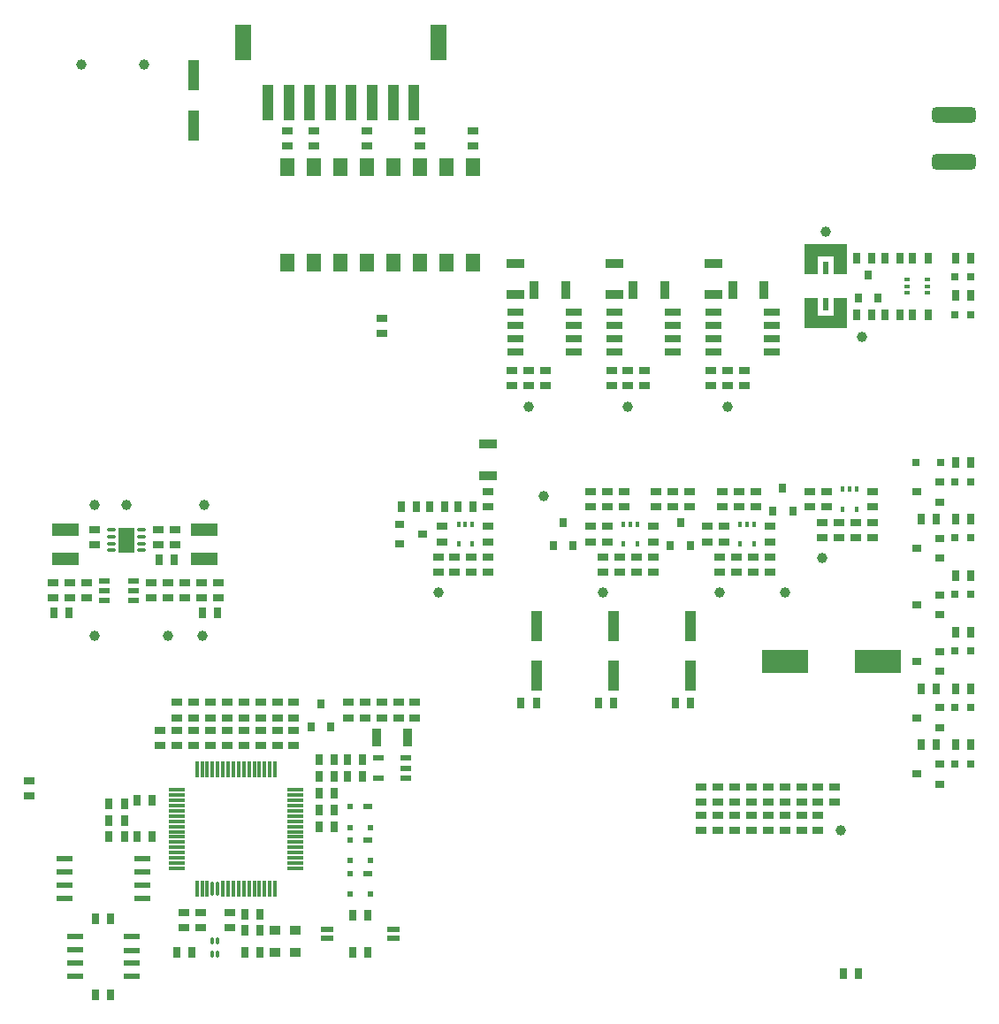
<source format=gbr>
%TF.GenerationSoftware,KiCad,Pcbnew,8.0.2*%
%TF.CreationDate,2024-05-14T20:48:52+07:00*%
%TF.ProjectId,HW.ACIM-INV,48572e41-4349-44d2-9d49-4e562e6b6963,0.0*%
%TF.SameCoordinates,Original*%
%TF.FileFunction,Paste,Top*%
%TF.FilePolarity,Positive*%
%FSLAX46Y46*%
G04 Gerber Fmt 4.6, Leading zero omitted, Abs format (unit mm)*
G04 Created by KiCad (PCBNEW 8.0.2) date 2024-05-14 20:48:52*
%MOMM*%
%LPD*%
G01*
G04 APERTURE LIST*
G04 Aperture macros list*
%AMRoundRect*
0 Rectangle with rounded corners*
0 $1 Rounding radius*
0 $2 $3 $4 $5 $6 $7 $8 $9 X,Y pos of 4 corners*
0 Add a 4 corners polygon primitive as box body*
4,1,4,$2,$3,$4,$5,$6,$7,$8,$9,$2,$3,0*
0 Add four circle primitives for the rounded corners*
1,1,$1+$1,$2,$3*
1,1,$1+$1,$4,$5*
1,1,$1+$1,$6,$7*
1,1,$1+$1,$8,$9*
0 Add four rect primitives between the rounded corners*
20,1,$1+$1,$2,$3,$4,$5,0*
20,1,$1+$1,$4,$5,$6,$7,0*
20,1,$1+$1,$6,$7,$8,$9,0*
20,1,$1+$1,$8,$9,$2,$3,0*%
%AMFreePoly0*
4,1,21,1.703536,2.003536,1.705000,2.000000,1.705000,0.750000,1.703536,0.746464,1.700000,0.745000,0.005000,0.745000,0.005000,-0.745000,1.700000,-0.745000,1.703536,-0.746464,1.705000,-0.750000,1.705000,-2.000000,1.703536,-2.003536,1.700000,-2.005000,-1.200000,-2.005000,-1.203536,-2.003536,-1.205000,-2.000000,-1.205000,2.000000,-1.203536,2.003536,-1.200000,2.005000,1.700000,2.005000,
1.703536,2.003536,1.703536,2.003536,$1*%
G04 Aperture macros list end*
%ADD10R,0.650000X1.000000*%
%ADD11C,1.000000*%
%ADD12R,1.000000X0.650000*%
%ADD13R,0.900000X1.700000*%
%ADD14R,1.700000X0.900000*%
%ADD15R,1.000000X3.500000*%
%ADD16R,1.500000X3.400000*%
%ADD17R,1.575000X0.650000*%
%ADD18RoundRect,0.150000X-0.000010X0.200000X-0.000010X-0.200000X0.000010X-0.200000X0.000010X0.200000X0*%
%ADD19R,0.800000X0.800000*%
%ADD20R,0.400000X0.600000*%
%ADD21R,1.500000X0.600000*%
%ADD22R,0.800000X0.900000*%
%ADD23R,1.200000X0.600000*%
%ADD24R,0.700000X0.700000*%
%ADD25RoundRect,0.375000X-1.725000X0.375000X-1.725000X-0.375000X1.725000X-0.375000X1.725000X0.375000X0*%
%ADD26R,0.900000X0.600000*%
%ADD27R,0.500000X0.600000*%
%ADD28R,0.900000X0.800000*%
%ADD29FreePoly0,270.000000*%
%ADD30FreePoly0,90.000000*%
%ADD31R,0.500000X1.200000*%
%ADD32R,2.500000X1.300000*%
%ADD33R,1.100000X0.600000*%
%ADD34R,1.000000X3.000000*%
%ADD35O,0.800000X0.400000*%
%ADD36R,1.600000X2.400000*%
%ADD37R,4.400000X2.200000*%
%ADD38R,1.050000X0.600000*%
%ADD39R,1.400000X1.800000*%
%ADD40R,1.000000X0.900000*%
%ADD41R,1.550000X0.600000*%
%ADD42R,0.600000X0.420000*%
%ADD43R,0.300000X1.500000*%
%ADD44R,1.500000X0.300000*%
%ADD45RoundRect,0.150000X0.000010X0.600000X-0.000010X0.600000X-0.000010X-0.600000X0.000010X-0.600000X0*%
G04 APERTURE END LIST*
D10*
%TO.C,C76*%
X179416100Y-129050100D03*
X180866100Y-129050100D03*
%TD*%
D11*
%TO.C,TP9*%
X177425000Y-89275000D03*
%TD*%
D10*
%TO.C,C79*%
X115375000Y-89450200D03*
X113925000Y-89450200D03*
%TD*%
D12*
%TO.C,R26*%
X155225000Y-82925000D03*
X155225000Y-84375000D03*
%TD*%
%TO.C,C9*%
X140625000Y-90600000D03*
X140625000Y-89150000D03*
%TD*%
%TO.C,C19*%
X161225000Y-90600000D03*
X161225000Y-89150000D03*
%TD*%
%TO.C,R22*%
X173825000Y-113925000D03*
X173825000Y-115375000D03*
%TD*%
D10*
%TO.C,C42*%
X131943700Y-110175100D03*
X133393700Y-110175100D03*
%TD*%
%TO.C,C35*%
X109293700Y-123850100D03*
X107843700Y-123850100D03*
%TD*%
D12*
%TO.C,R34*%
X161525000Y-82925000D03*
X161525000Y-84375000D03*
%TD*%
%TO.C,C27*%
X172425000Y-86250000D03*
X172425000Y-87700000D03*
%TD*%
D13*
%TO.C,R69*%
X149825000Y-63650000D03*
X152825000Y-63650000D03*
%TD*%
D14*
%TO.C,C12*%
X148025000Y-61050000D03*
X148025000Y-64050000D03*
%TD*%
D12*
%TO.C,R35*%
X163125000Y-84375000D03*
X163125000Y-82925000D03*
%TD*%
D15*
%TO.C,J8*%
X138325000Y-45625000D03*
X136325000Y-45625000D03*
X134325000Y-45625000D03*
X132325000Y-45625000D03*
X130325000Y-45625000D03*
X128325000Y-45625000D03*
X126325000Y-45625000D03*
X124325000Y-45625000D03*
D16*
X140675000Y-39875000D03*
X121975000Y-39875000D03*
%TD*%
D10*
%TO.C,C92*%
X130693700Y-114975100D03*
X129243700Y-114975100D03*
%TD*%
D17*
%TO.C,U10*%
X153625000Y-69560000D03*
X153625000Y-68290000D03*
X153625000Y-67020000D03*
X153625000Y-65750000D03*
X148025000Y-65750000D03*
X148025000Y-67020000D03*
X148025000Y-68290000D03*
X148025000Y-69560000D03*
%TD*%
D12*
%TO.C,R70*%
X126818700Y-103100100D03*
X126818700Y-104550100D03*
%TD*%
D18*
%TO.C,FT7*%
X119518700Y-125925100D03*
X119518700Y-127175100D03*
X119018700Y-127175100D03*
X119018700Y-125925100D03*
%TD*%
D12*
%TO.C,R23*%
X173825000Y-112675000D03*
X173825000Y-111225000D03*
%TD*%
D10*
%TO.C,C95*%
X111818700Y-112475100D03*
X113268700Y-112475100D03*
%TD*%
D11*
%TO.C,TP11*%
X112500000Y-42000000D03*
%TD*%
D19*
%TO.C,D6*%
X191637500Y-81955000D03*
X190137500Y-81955000D03*
%TD*%
D12*
%TO.C,R72*%
X123618700Y-103100100D03*
X123618700Y-104550100D03*
%TD*%
D10*
%TO.C,R42*%
X182137500Y-60555000D03*
X180687500Y-60555000D03*
%TD*%
D11*
%TO.C,TP18*%
X177712500Y-58005000D03*
%TD*%
%TO.C,TP20*%
X107725000Y-96730200D03*
%TD*%
D12*
%TO.C,C22*%
X135218700Y-103100100D03*
X135218700Y-104550100D03*
%TD*%
D20*
%TO.C,U15*%
X180675000Y-82700000D03*
X180025000Y-82700000D03*
X179375000Y-82700000D03*
X179375000Y-84600000D03*
X180675000Y-84600000D03*
%TD*%
D12*
%TO.C,R71*%
X125218700Y-103100100D03*
X125218700Y-104550100D03*
%TD*%
D21*
%TO.C,U13*%
X112318700Y-121855100D03*
X112318700Y-120585100D03*
X112318700Y-119315100D03*
X112318700Y-118045100D03*
X104818700Y-118045100D03*
X104818700Y-119315100D03*
X104818700Y-120585100D03*
X104818700Y-121855100D03*
%TD*%
D11*
%TO.C,TP12*%
X173837500Y-92575000D03*
%TD*%
D12*
%TO.C,C46*%
X118818700Y-103100100D03*
X118818700Y-104550100D03*
%TD*%
%TO.C,C25*%
X172425000Y-90600000D03*
X172425000Y-89150000D03*
%TD*%
D22*
%TO.C,D2*%
X151675000Y-88075000D03*
X153575715Y-88077189D03*
X152625000Y-85875000D03*
%TD*%
D12*
%TO.C,C55*%
X114750000Y-91655200D03*
X114750000Y-93105200D03*
%TD*%
D23*
%TO.C,X1*%
X130018700Y-125700100D03*
X136318700Y-125700100D03*
X136318700Y-124800100D03*
X130018700Y-124800100D03*
%TD*%
D10*
%TO.C,FT1*%
X105275000Y-94530200D03*
X103825000Y-94530200D03*
%TD*%
D12*
%TO.C,R17*%
X167425000Y-112675000D03*
X167425000Y-111225000D03*
%TD*%
%TO.C,C33*%
X122018700Y-105800100D03*
X122018700Y-107250100D03*
%TD*%
D19*
%TO.C,D12*%
X191637500Y-87355000D03*
X190137500Y-87355000D03*
%TD*%
%TO.C,D9*%
X190137500Y-62355000D03*
X191637500Y-62355000D03*
%TD*%
D24*
%TO.C,D7*%
X186387500Y-80155000D03*
X188787500Y-80155000D03*
%TD*%
D10*
%TO.C,R111*%
X122093700Y-124950100D03*
X123543700Y-124950100D03*
%TD*%
D12*
%TO.C,C59*%
X116350000Y-91655200D03*
X116350000Y-93105200D03*
%TD*%
%TO.C,C28*%
X168025000Y-86250000D03*
X168025000Y-87700000D03*
%TD*%
D11*
%TO.C,TP3*%
X158825000Y-74750100D03*
%TD*%
D14*
%TO.C,C13*%
X157525000Y-61050000D03*
X157525000Y-64050000D03*
%TD*%
D12*
%TO.C,C52*%
X125218700Y-105800100D03*
X125218700Y-107250100D03*
%TD*%
%TO.C,C66*%
X147725000Y-72785000D03*
X147725000Y-71335000D03*
%TD*%
D11*
%TO.C,TP16*%
X150725000Y-83350000D03*
%TD*%
%TO.C,TP4*%
X168318700Y-74760000D03*
%TD*%
%TO.C,TP15*%
X114725000Y-96730200D03*
%TD*%
D10*
%TO.C,C30*%
X187537500Y-65955000D03*
X186087500Y-65955000D03*
%TD*%
D12*
%TO.C,R39*%
X166425000Y-86250000D03*
X166425000Y-87700000D03*
%TD*%
D10*
%TO.C,R56*%
X188312500Y-107155000D03*
X186862500Y-107155000D03*
%TD*%
D12*
%TO.C,C39*%
X182225000Y-82925000D03*
X182225000Y-84375000D03*
%TD*%
%TO.C,R7*%
X178625000Y-111225000D03*
X178625000Y-112675000D03*
%TD*%
D19*
%TO.C,D8*%
X190137500Y-65955000D03*
X191637500Y-65955000D03*
%TD*%
D25*
%TO.C,G1*%
X189999000Y-46850000D03*
X189999000Y-51350000D03*
%TD*%
D12*
%TO.C,R28*%
X133618700Y-104550100D03*
X133618700Y-103100100D03*
%TD*%
%TO.C,R45*%
X138865000Y-48400000D03*
X138865000Y-49850000D03*
%TD*%
%TO.C,C48*%
X103750000Y-93105200D03*
X103750000Y-91655200D03*
%TD*%
%TO.C,R19*%
X170625000Y-113925000D03*
X170625000Y-115375000D03*
%TD*%
D26*
%TO.C,D10*%
X133918700Y-116250100D03*
D27*
X132218700Y-116250100D03*
X132218700Y-118250100D03*
X134118700Y-118250100D03*
%TD*%
D12*
%TO.C,C67*%
X150925000Y-72785000D03*
X150925000Y-71335000D03*
%TD*%
D28*
%TO.C,Q7*%
X188687500Y-105505000D03*
X188689689Y-103604285D03*
X186487500Y-104555000D03*
%TD*%
D12*
%TO.C,R8*%
X158425000Y-82925000D03*
X158425000Y-84375000D03*
%TD*%
%TO.C,R53*%
X176225000Y-82925000D03*
X176225000Y-84375000D03*
%TD*%
%TO.C,R18*%
X165825000Y-112675000D03*
X165825000Y-111225000D03*
%TD*%
%TO.C,C24*%
X161225000Y-86250000D03*
X161225000Y-87700000D03*
%TD*%
D11*
%TO.C,TP1*%
X179225000Y-115375000D03*
%TD*%
D10*
%TO.C,R41*%
X183387500Y-65955000D03*
X184837500Y-65955000D03*
%TD*%
D12*
%TO.C,C26*%
X167625000Y-90600000D03*
X167625000Y-89150000D03*
%TD*%
D10*
%TO.C,C71*%
X109118700Y-112775100D03*
X110568700Y-112775100D03*
%TD*%
%TO.C,R55*%
X191612500Y-107155000D03*
X190162500Y-107155000D03*
%TD*%
D13*
%TO.C,R63*%
X159325000Y-63650000D03*
X162325000Y-63650000D03*
%TD*%
D12*
%TO.C,C61*%
X166725000Y-72785000D03*
X166725000Y-71335000D03*
%TD*%
D10*
%TO.C,C98*%
X133893700Y-127050100D03*
X132443700Y-127050100D03*
%TD*%
D13*
%TO.C,R30*%
X134718700Y-106475100D03*
X137718700Y-106475100D03*
%TD*%
D12*
%TO.C,C38*%
X177425000Y-87300000D03*
X177425000Y-85850000D03*
%TD*%
D29*
%TO.C,R43*%
X177712500Y-60405000D03*
D30*
X177712500Y-66105000D03*
D31*
X177712500Y-61505000D03*
X177712500Y-65005000D03*
%TD*%
D10*
%TO.C,R2*%
X143950000Y-84375000D03*
X142500000Y-84375000D03*
%TD*%
D12*
%TO.C,R61*%
X128705000Y-48400000D03*
X128705000Y-49850000D03*
%TD*%
D32*
%TO.C,C32*%
X118250000Y-86575200D03*
X118250000Y-89375200D03*
%TD*%
D12*
%TO.C,R50*%
X180625000Y-85850000D03*
X180625000Y-87300000D03*
%TD*%
%TO.C,R10*%
X159625000Y-89150000D03*
X159625000Y-90600000D03*
%TD*%
%TO.C,C93*%
X117868700Y-124625100D03*
X117868700Y-123175100D03*
%TD*%
D10*
%TO.C,R40*%
X182137500Y-65955000D03*
X180687500Y-65955000D03*
%TD*%
%TO.C,C5*%
X157425000Y-103150000D03*
X155975000Y-103150000D03*
%TD*%
D22*
%TO.C,D20*%
X180862500Y-64355000D03*
X182763215Y-64357189D03*
X181812500Y-62155000D03*
%TD*%
D10*
%TO.C,FT3*%
X119475000Y-94530200D03*
X118025000Y-94530200D03*
%TD*%
%TO.C,R20*%
X191612500Y-85555000D03*
X190162500Y-85555000D03*
%TD*%
D12*
%TO.C,R21*%
X172225000Y-113925000D03*
X172225000Y-115375000D03*
%TD*%
%TO.C,C17*%
X175425000Y-111225000D03*
X175425000Y-112675000D03*
%TD*%
D10*
%TO.C,C7*%
X164825000Y-103150000D03*
X163375000Y-103150000D03*
%TD*%
D12*
%TO.C,C20*%
X156425000Y-90600000D03*
X156425000Y-89150000D03*
%TD*%
%TO.C,C44*%
X115618700Y-105800100D03*
X115618700Y-107250100D03*
%TD*%
D10*
%TO.C,R4*%
X141250000Y-84375000D03*
X139800000Y-84375000D03*
%TD*%
D11*
%TO.C,TP2*%
X149325000Y-74760000D03*
%TD*%
D10*
%TO.C,C29*%
X184837500Y-60555000D03*
X183387500Y-60555000D03*
%TD*%
D20*
%TO.C,U2*%
X159675000Y-86025000D03*
X159025000Y-86025000D03*
X158375000Y-86025000D03*
X158375000Y-87925000D03*
X159675000Y-87925000D03*
%TD*%
D12*
%TO.C,R37*%
X164725000Y-82925000D03*
X164725000Y-84375000D03*
%TD*%
D10*
%TO.C,R66*%
X191612500Y-96355000D03*
X190162500Y-96355000D03*
%TD*%
D14*
%TO.C,C14*%
X145425000Y-81350000D03*
X145425000Y-78350000D03*
%TD*%
D33*
%TO.C,U8*%
X111450000Y-93330200D03*
X111450000Y-92380200D03*
X111450000Y-91430200D03*
X108650000Y-91430200D03*
X108650000Y-92380200D03*
X108650000Y-93330200D03*
%TD*%
D12*
%TO.C,R33*%
X155225000Y-86250000D03*
X155225000Y-87700000D03*
%TD*%
%TO.C,C41*%
X145425000Y-86250000D03*
X145425000Y-87700000D03*
%TD*%
%TO.C,C8*%
X145425000Y-90600000D03*
X145425000Y-89150000D03*
%TD*%
D28*
%TO.C,Q3*%
X188687500Y-83905000D03*
X188689689Y-82004285D03*
X186487500Y-82955000D03*
%TD*%
D12*
%TO.C,R62*%
X120418700Y-103100100D03*
X120418700Y-104550100D03*
%TD*%
%TO.C,R49*%
X169425000Y-84375000D03*
X169425000Y-82925000D03*
%TD*%
D32*
%TO.C,C83*%
X104950000Y-86575200D03*
X104950000Y-89375200D03*
%TD*%
D12*
%TO.C,R5*%
X142225000Y-90600000D03*
X142225000Y-89150000D03*
%TD*%
D28*
%TO.C,Q2*%
X188687500Y-110905000D03*
X188689689Y-109004285D03*
X186487500Y-109955000D03*
%TD*%
D12*
%TO.C,R11*%
X177025000Y-113925000D03*
X177025000Y-115375000D03*
%TD*%
D34*
%TO.C,C4*%
X157425000Y-100550000D03*
X157425000Y-95750000D03*
%TD*%
D17*
%TO.C,U9*%
X163125000Y-69560000D03*
X163125000Y-68290000D03*
X163125000Y-67020000D03*
X163125000Y-65750000D03*
X157525000Y-65750000D03*
X157525000Y-67020000D03*
X157525000Y-68290000D03*
X157525000Y-69560000D03*
%TD*%
D26*
%TO.C,D11*%
X133918700Y-113050100D03*
D27*
X132218700Y-113050100D03*
X132218700Y-115050100D03*
X134118700Y-115050100D03*
%TD*%
D26*
%TO.C,D15*%
X133918700Y-119450100D03*
D27*
X132218700Y-119450100D03*
X132218700Y-121450100D03*
X134118700Y-121450100D03*
%TD*%
D35*
%TO.C,U14*%
X109350000Y-86575200D03*
X109350000Y-87225200D03*
X109350000Y-87875200D03*
X109350000Y-88525200D03*
X112250000Y-88525200D03*
X112250000Y-87875200D03*
X112250000Y-87225200D03*
X112250000Y-86575200D03*
D36*
X110800000Y-87550200D03*
%TD*%
D12*
%TO.C,R15*%
X169025000Y-113925000D03*
X169025000Y-115375000D03*
%TD*%
D22*
%TO.C,D4*%
X172675000Y-84750000D03*
X174575715Y-84752189D03*
X173625000Y-82550000D03*
%TD*%
D11*
%TO.C,TP14*%
X118250000Y-84175200D03*
%TD*%
D12*
%TO.C,R52*%
X179025000Y-87300000D03*
X179025000Y-85850000D03*
%TD*%
%TO.C,R54*%
X132018700Y-103100100D03*
X132018700Y-104550100D03*
%TD*%
D10*
%TO.C,C101*%
X123543700Y-123350100D03*
X122093700Y-123350100D03*
%TD*%
%TO.C,C90*%
X129243700Y-110175100D03*
X130693700Y-110175100D03*
%TD*%
%TO.C,C21*%
X129243700Y-108575100D03*
X130693700Y-108575100D03*
%TD*%
%TO.C,R67*%
X188312500Y-101755000D03*
X186862500Y-101755000D03*
%TD*%
%TO.C,R58*%
X188312500Y-85555000D03*
X186862500Y-85555000D03*
%TD*%
D19*
%TO.C,D5*%
X191637500Y-108955000D03*
X190137500Y-108955000D03*
%TD*%
D12*
%TO.C,C56*%
X113850000Y-88025200D03*
X113850000Y-86575200D03*
%TD*%
%TO.C,R25*%
X170625000Y-112675000D03*
X170625000Y-111225000D03*
%TD*%
%TO.C,C74*%
X126165000Y-49850000D03*
X126165000Y-48400000D03*
%TD*%
%TO.C,C15*%
X169925000Y-72785000D03*
X169925000Y-71335000D03*
%TD*%
%TO.C,C77*%
X101450000Y-112056100D03*
X101450000Y-110606100D03*
%TD*%
D10*
%TO.C,R59*%
X191612500Y-64155000D03*
X190162500Y-64155000D03*
%TD*%
D12*
%TO.C,R9*%
X156825000Y-84375000D03*
X156825000Y-82925000D03*
%TD*%
D11*
%TO.C,TP6*%
X140625000Y-92575000D03*
%TD*%
D12*
%TO.C,C37*%
X182225000Y-87300000D03*
X182225000Y-85850000D03*
%TD*%
%TO.C,C49*%
X105350000Y-93105200D03*
X105350000Y-91655200D03*
%TD*%
%TO.C,R51*%
X171025000Y-82925000D03*
X171025000Y-84375000D03*
%TD*%
%TO.C,R38*%
X169225000Y-90600000D03*
X169225000Y-89150000D03*
%TD*%
D11*
%TO.C,TP7*%
X156425000Y-92575000D03*
%TD*%
D19*
%TO.C,D14*%
X191637500Y-98155000D03*
X190137500Y-98155000D03*
%TD*%
D11*
%TO.C,TP19*%
X110818700Y-84175200D03*
%TD*%
D12*
%TO.C,C63*%
X157225000Y-72785000D03*
X157225000Y-71335000D03*
%TD*%
D37*
%TO.C,C16*%
X173837500Y-99155000D03*
X182737500Y-99155000D03*
%TD*%
D12*
%TO.C,C62*%
X168325000Y-72785000D03*
X168325000Y-71335000D03*
%TD*%
%TO.C,R47*%
X122018700Y-103100100D03*
X122018700Y-104550100D03*
%TD*%
%TO.C,C18*%
X175425000Y-113925000D03*
X175425000Y-115375000D03*
%TD*%
D11*
%TO.C,TP17*%
X118025000Y-96730200D03*
%TD*%
D10*
%TO.C,R60*%
X191612500Y-60555000D03*
X190162500Y-60555000D03*
%TD*%
D12*
%TO.C,C68*%
X149325000Y-72785000D03*
X149325000Y-71335000D03*
%TD*%
D10*
%TO.C,C72*%
X109118700Y-115975100D03*
X110568700Y-115975100D03*
%TD*%
D12*
%TO.C,R14*%
X167425000Y-113925000D03*
X167425000Y-115375000D03*
%TD*%
D22*
%TO.C,Q1*%
X128468700Y-105425100D03*
X130369415Y-105427289D03*
X129418700Y-103225100D03*
%TD*%
D12*
%TO.C,C78*%
X107750000Y-88025200D03*
X107750000Y-86575200D03*
%TD*%
D10*
%TO.C,R57*%
X191612500Y-80155000D03*
X190162500Y-80155000D03*
%TD*%
D12*
%TO.C,C43*%
X115618700Y-103100100D03*
X115618700Y-104550100D03*
%TD*%
D11*
%TO.C,TP8*%
X167625000Y-92575000D03*
%TD*%
D17*
%TO.C,U7*%
X172625000Y-69560000D03*
X172625000Y-68290000D03*
X172625000Y-67020000D03*
X172625000Y-65750000D03*
X167025000Y-65750000D03*
X167025000Y-67020000D03*
X167025000Y-68290000D03*
X167025000Y-69560000D03*
%TD*%
D12*
%TO.C,R3*%
X143825000Y-89150000D03*
X143825000Y-90600000D03*
%TD*%
D11*
%TO.C,TP13*%
X107750000Y-84175200D03*
%TD*%
D12*
%TO.C,R31*%
X138418700Y-103100100D03*
X138418700Y-104550100D03*
%TD*%
D34*
%TO.C,C3*%
X150025000Y-100550000D03*
X150025000Y-95750000D03*
%TD*%
D11*
%TO.C,TP10*%
X106500000Y-42000000D03*
%TD*%
D12*
%TO.C,C40*%
X177825000Y-82925000D03*
X177825000Y-84375000D03*
%TD*%
D10*
%TO.C,R6*%
X138550000Y-84375000D03*
X137100000Y-84375000D03*
%TD*%
D12*
%TO.C,C96*%
X120668700Y-124625100D03*
X120668700Y-123175100D03*
%TD*%
D38*
%TO.C,U4*%
X137568700Y-110325100D03*
X137568700Y-109375100D03*
X137568700Y-108425100D03*
X134868700Y-108425100D03*
X134868700Y-110325100D03*
%TD*%
D10*
%TO.C,C100*%
X122093700Y-127050100D03*
X123543700Y-127050100D03*
%TD*%
D12*
%TO.C,C65*%
X158825000Y-72785000D03*
X158825000Y-71335000D03*
%TD*%
D28*
%TO.C,Q4*%
X188687500Y-89305000D03*
X188689689Y-87404285D03*
X186487500Y-88355000D03*
%TD*%
D10*
%TO.C,R110*%
X117018700Y-127050100D03*
X115568700Y-127050100D03*
%TD*%
D12*
%TO.C,C94*%
X118818700Y-105800100D03*
X118818700Y-107250100D03*
%TD*%
D34*
%TO.C,C6*%
X164825000Y-100550000D03*
X164825000Y-95750000D03*
%TD*%
D19*
%TO.C,D13*%
X191637500Y-92755000D03*
X190137500Y-92755000D03*
%TD*%
D13*
%TO.C,R68*%
X168825000Y-63650000D03*
X171825000Y-63650000D03*
%TD*%
D12*
%TO.C,R32*%
X158025000Y-90600000D03*
X158025000Y-89150000D03*
%TD*%
%TO.C,R16*%
X169025000Y-112675000D03*
X169025000Y-111225000D03*
%TD*%
%TO.C,C23*%
X156825000Y-86250000D03*
X156825000Y-87700000D03*
%TD*%
%TO.C,C51*%
X126818700Y-105800100D03*
X126818700Y-107250100D03*
%TD*%
%TO.C,C36*%
X120418700Y-105800100D03*
X120418700Y-107250100D03*
%TD*%
%TO.C,C50*%
X106950000Y-93105200D03*
X106950000Y-91655200D03*
%TD*%
D10*
%TO.C,C34*%
X109293700Y-131050100D03*
X107843700Y-131050100D03*
%TD*%
D12*
%TO.C,R44*%
X133785000Y-48400000D03*
X133785000Y-49850000D03*
%TD*%
D10*
%TO.C,R65*%
X191612500Y-101755000D03*
X190162500Y-101755000D03*
%TD*%
D12*
%TO.C,R46*%
X143945000Y-48400000D03*
X143945000Y-49850000D03*
%TD*%
%TO.C,R36*%
X170825000Y-89150000D03*
X170825000Y-90600000D03*
%TD*%
%TO.C,C54*%
X115450000Y-88025200D03*
X115450000Y-86575200D03*
%TD*%
%TO.C,R1*%
X145425000Y-82925000D03*
X145425000Y-84375000D03*
%TD*%
D10*
%TO.C,C70*%
X109118700Y-114375100D03*
X110568700Y-114375100D03*
%TD*%
D12*
%TO.C,R13*%
X165825000Y-113925000D03*
X165825000Y-115375000D03*
%TD*%
D10*
%TO.C,R64*%
X191612500Y-90955000D03*
X190162500Y-90955000D03*
%TD*%
D12*
%TO.C,C60*%
X123618700Y-105800100D03*
X123618700Y-107250100D03*
%TD*%
D39*
%TO.C,OP1*%
X143945000Y-51825000D03*
X141405000Y-51825000D03*
X138865000Y-51825000D03*
X136325000Y-51825000D03*
X133785000Y-51825000D03*
X131245000Y-51825000D03*
X128705000Y-51825000D03*
X126165000Y-51825000D03*
X126165000Y-60985000D03*
X128705000Y-60985000D03*
X131245000Y-60985000D03*
X133785000Y-60985000D03*
X136325000Y-60985000D03*
X138865000Y-60985000D03*
X141405000Y-60985000D03*
X143945000Y-60985000D03*
%TD*%
D12*
%TO.C,C64*%
X160425000Y-72785000D03*
X160425000Y-71335000D03*
%TD*%
D10*
%TO.C,C31*%
X187537500Y-60555000D03*
X186087500Y-60555000D03*
%TD*%
D40*
%TO.C,U6*%
X126918700Y-127050100D03*
X126918700Y-124950100D03*
X125018700Y-124950100D03*
X125018700Y-127050100D03*
%TD*%
D11*
%TO.C,TP5*%
X181225000Y-68060000D03*
%TD*%
D28*
%TO.C,Q5*%
X188687500Y-94705000D03*
X188689689Y-92804285D03*
X186487500Y-93755000D03*
%TD*%
D10*
%TO.C,FT6*%
X130693700Y-111775100D03*
X129243700Y-111775100D03*
%TD*%
D28*
%TO.C,Q6*%
X188687500Y-100105000D03*
X188689689Y-98204285D03*
X186487500Y-99155000D03*
%TD*%
D12*
%TO.C,FT2*%
X135225000Y-67800000D03*
X135225000Y-66350000D03*
%TD*%
%TO.C,C57*%
X119550000Y-91655200D03*
X119550000Y-93105200D03*
%TD*%
%TO.C,C97*%
X116268700Y-124625100D03*
X116268700Y-123175100D03*
%TD*%
D41*
%TO.C,U11*%
X111268700Y-129355100D03*
X111268700Y-128085100D03*
X111264877Y-126821502D03*
X111268700Y-125545100D03*
X105868700Y-125545100D03*
X105868700Y-126815100D03*
X105868700Y-128085100D03*
X105868700Y-129355100D03*
%TD*%
D42*
%TO.C,U3*%
X187462500Y-63905000D03*
X187462500Y-63255000D03*
X187462500Y-62605000D03*
X185562500Y-62605000D03*
X185562500Y-63255000D03*
X185562500Y-63905000D03*
%TD*%
D22*
%TO.C,D3*%
X162875000Y-88075000D03*
X164775715Y-88077189D03*
X163825000Y-85875000D03*
%TD*%
D19*
%TO.C,D16*%
X191637500Y-103555000D03*
X190137500Y-103555000D03*
%TD*%
D12*
%TO.C,R48*%
X167825000Y-82925000D03*
X167825000Y-84375000D03*
%TD*%
D28*
%TO.C,D1*%
X136975000Y-86025000D03*
X136972811Y-87925715D03*
X139175000Y-86975000D03*
%TD*%
D14*
%TO.C,C11*%
X167025000Y-64050000D03*
X167025000Y-61050000D03*
%TD*%
D12*
%TO.C,R29*%
X136818700Y-104550100D03*
X136818700Y-103100100D03*
%TD*%
%TO.C,C69*%
X117218700Y-103100100D03*
X117218700Y-104550100D03*
%TD*%
%TO.C,R24*%
X172225000Y-112675000D03*
X172225000Y-111225000D03*
%TD*%
D10*
%TO.C,C91*%
X130693700Y-113375100D03*
X129243700Y-113375100D03*
%TD*%
D43*
%TO.C,U5*%
X125018700Y-109525100D03*
X124518700Y-109525100D03*
X124018700Y-109525100D03*
X123518700Y-109525100D03*
X123018700Y-109525100D03*
X122518700Y-109525100D03*
X122018700Y-109525100D03*
X121518700Y-109525100D03*
X121018700Y-109525100D03*
X120518700Y-109525100D03*
X120018700Y-109525100D03*
X119518700Y-109525100D03*
X119018700Y-109525100D03*
X118518700Y-109525100D03*
X118018700Y-109525100D03*
X117518700Y-109525100D03*
D44*
X115568700Y-111475100D03*
X115568700Y-111975100D03*
X115568700Y-112475100D03*
X115568700Y-112975100D03*
X115568700Y-113475100D03*
X115568700Y-113975100D03*
X115568700Y-114475100D03*
X115568700Y-114975100D03*
X115568700Y-115475100D03*
X115568700Y-115975100D03*
X115568700Y-116475100D03*
X115568700Y-116975100D03*
X115568700Y-117475100D03*
X115568700Y-117975100D03*
X115568700Y-118475100D03*
X115568700Y-118975100D03*
D43*
X117518700Y-120925100D03*
X118018700Y-120925100D03*
X118518700Y-120925100D03*
D45*
X119018700Y-120925100D03*
X119518700Y-120925100D03*
D43*
X120018700Y-120925100D03*
X120518700Y-120925100D03*
X121018700Y-120925100D03*
X121518700Y-120925100D03*
X122018700Y-120925100D03*
X122518700Y-120925100D03*
X123018700Y-120925100D03*
X123518700Y-120925100D03*
X124018700Y-120925100D03*
X124518700Y-120925100D03*
X125018700Y-120925100D03*
D44*
X126968700Y-118975100D03*
X126968700Y-118475100D03*
X126968700Y-117975100D03*
X126968700Y-117475100D03*
X126968700Y-116975100D03*
X126968700Y-116475100D03*
X126968700Y-115975100D03*
X126968700Y-115475100D03*
X126968700Y-114975100D03*
X126968700Y-114475100D03*
X126968700Y-113975100D03*
X126968700Y-113475100D03*
X126968700Y-112975100D03*
X126968700Y-112475100D03*
X126968700Y-111975100D03*
X126968700Y-111475100D03*
%TD*%
D12*
%TO.C,R12*%
X177025000Y-112675000D03*
X177025000Y-111225000D03*
%TD*%
D20*
%TO.C,U12*%
X170875000Y-86025000D03*
X170225000Y-86025000D03*
X169575000Y-86025000D03*
X169575000Y-87925000D03*
X170875000Y-87925000D03*
%TD*%
D12*
%TO.C,C47*%
X114018700Y-105800100D03*
X114018700Y-107250100D03*
%TD*%
D10*
%TO.C,C89*%
X111818700Y-115975100D03*
X113268700Y-115975100D03*
%TD*%
D20*
%TO.C,U16*%
X143875000Y-86025000D03*
X143225000Y-86025000D03*
X142575000Y-86025000D03*
X142575000Y-87925000D03*
X143875000Y-87925000D03*
%TD*%
D10*
%TO.C,C99*%
X133893700Y-123450100D03*
X132443700Y-123450100D03*
%TD*%
D12*
%TO.C,C10*%
X141025000Y-87700000D03*
X141025000Y-86250000D03*
%TD*%
D10*
%TO.C,R27*%
X133393700Y-108575100D03*
X131943700Y-108575100D03*
%TD*%
D34*
%TO.C,C73*%
X117245000Y-43075000D03*
X117245000Y-47875000D03*
%TD*%
D12*
%TO.C,C53*%
X113150000Y-91655200D03*
X113150000Y-93105200D03*
%TD*%
%TO.C,C58*%
X117950000Y-91655200D03*
X117950000Y-93105200D03*
%TD*%
D10*
%TO.C,C2*%
X150025000Y-103150000D03*
X148575000Y-103150000D03*
%TD*%
D12*
%TO.C,C45*%
X117218700Y-105800100D03*
X117218700Y-107250100D03*
%TD*%
M02*

</source>
